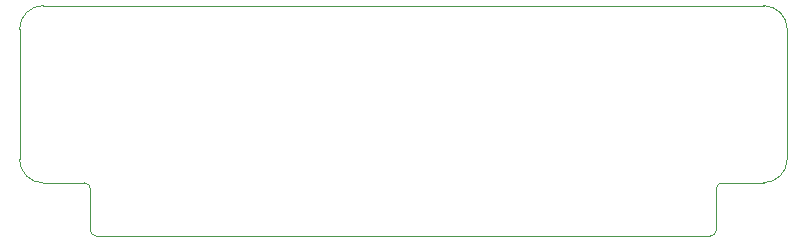
<source format=gbr>
G04 #@! TF.GenerationSoftware,KiCad,Pcbnew,(5.1.5)-3*
G04 #@! TF.CreationDate,2020-03-10T12:06:21-04:00*
G04 #@! TF.ProjectId,Step_Direction_Board,53746570-5f44-4697-9265-6374696f6e5f,rev?*
G04 #@! TF.SameCoordinates,PX7270e00PY78a3ca0*
G04 #@! TF.FileFunction,Profile,NP*
%FSLAX46Y46*%
G04 Gerber Fmt 4.6, Leading zero omitted, Abs format (unit mm)*
G04 Created by KiCad (PCBNEW (5.1.5)-3) date 2020-03-10 12:06:21*
%MOMM*%
%LPD*%
G04 APERTURE LIST*
%ADD10C,0.050000*%
G04 APERTURE END LIST*
D10*
X59000000Y500000D02*
G75*
G02X58500000Y0I-500000J0D01*
G01*
X59000000Y4000000D02*
G75*
G02X59500000Y4500000I500000J0D01*
G01*
X59000000Y4000000D02*
X59000000Y500000D01*
X59500000Y4500000D02*
X63000000Y4500000D01*
X6500000Y0D02*
G75*
G02X6000000Y500000I0J500000D01*
G01*
X5500000Y4500000D02*
G75*
G02X6000000Y4000000I0J-500000D01*
G01*
X6000000Y4000000D02*
X6000000Y500000D01*
X2000000Y4500000D02*
X5500000Y4500000D01*
X0Y17500000D02*
G75*
G02X2000000Y19500000I2000000J0D01*
G01*
X2000000Y4500000D02*
G75*
G02X0Y6500000I0J2000000D01*
G01*
X63000000Y19500000D02*
G75*
G02X65000000Y17500000I0J-2000000D01*
G01*
X65000000Y6500000D02*
G75*
G02X63000000Y4500000I-2000000J0D01*
G01*
X2000000Y19500000D02*
X63000000Y19500000D01*
X0Y6500000D02*
X0Y17500000D01*
X65000000Y6500000D02*
X65000000Y17500000D01*
X6500000Y0D02*
X58500000Y0D01*
M02*

</source>
